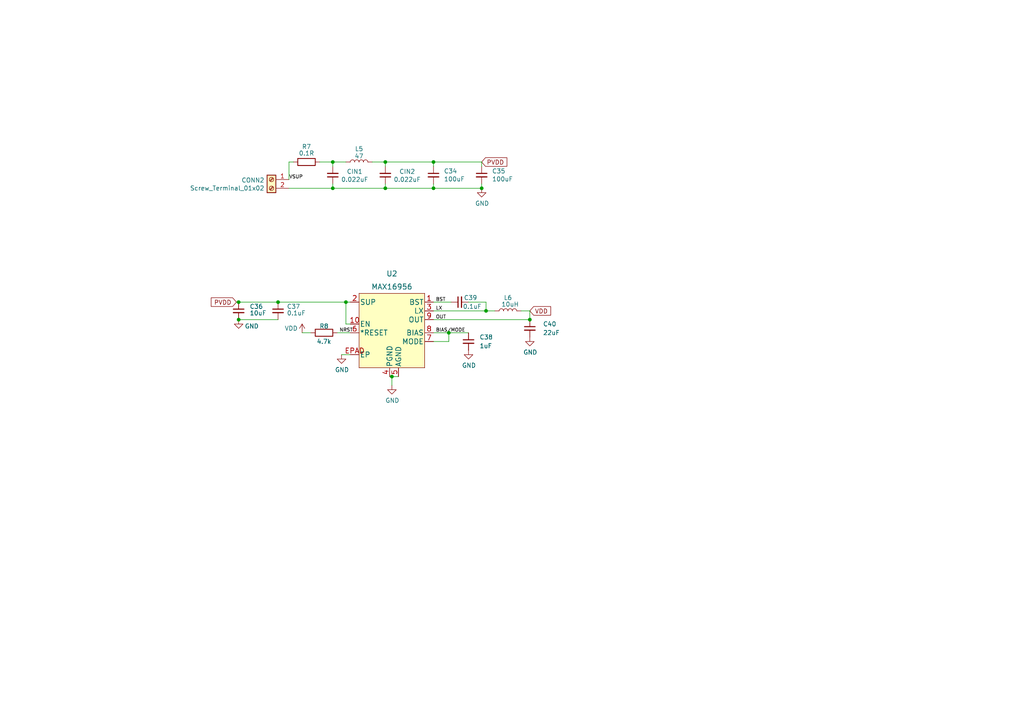
<source format=kicad_sch>
(kicad_sch (version 20211123) (generator eeschema)

  (uuid c31d0f72-3dae-4a3a-a57d-94b778293a78)

  (paper "A4")

  (title_block
    (title "ma12070p Amp")
    (date "2022-06-23")
    (rev "1")
    (comment 1 "designed by Fabian Muehlberger")
  )

  (lib_symbols
    (symbol "Connector:Screw_Terminal_01x02" (pin_names (offset 1.016) hide) (in_bom yes) (on_board yes)
      (property "Reference" "J" (id 0) (at 0 2.54 0)
        (effects (font (size 1.27 1.27)))
      )
      (property "Value" "Screw_Terminal_01x02" (id 1) (at 0 -5.08 0)
        (effects (font (size 1.27 1.27)))
      )
      (property "Footprint" "" (id 2) (at 0 0 0)
        (effects (font (size 1.27 1.27)) hide)
      )
      (property "Datasheet" "~" (id 3) (at 0 0 0)
        (effects (font (size 1.27 1.27)) hide)
      )
      (property "ki_keywords" "screw terminal" (id 4) (at 0 0 0)
        (effects (font (size 1.27 1.27)) hide)
      )
      (property "ki_description" "Generic screw terminal, single row, 01x02, script generated (kicad-library-utils/schlib/autogen/connector/)" (id 5) (at 0 0 0)
        (effects (font (size 1.27 1.27)) hide)
      )
      (property "ki_fp_filters" "TerminalBlock*:*" (id 6) (at 0 0 0)
        (effects (font (size 1.27 1.27)) hide)
      )
      (symbol "Screw_Terminal_01x02_1_1"
        (rectangle (start -1.27 1.27) (end 1.27 -3.81)
          (stroke (width 0.254) (type default) (color 0 0 0 0))
          (fill (type background))
        )
        (circle (center 0 -2.54) (radius 0.635)
          (stroke (width 0.1524) (type default) (color 0 0 0 0))
          (fill (type none))
        )
        (polyline
          (pts
            (xy -0.5334 -2.2098)
            (xy 0.3302 -3.048)
          )
          (stroke (width 0.1524) (type default) (color 0 0 0 0))
          (fill (type none))
        )
        (polyline
          (pts
            (xy -0.5334 0.3302)
            (xy 0.3302 -0.508)
          )
          (stroke (width 0.1524) (type default) (color 0 0 0 0))
          (fill (type none))
        )
        (polyline
          (pts
            (xy -0.3556 -2.032)
            (xy 0.508 -2.8702)
          )
          (stroke (width 0.1524) (type default) (color 0 0 0 0))
          (fill (type none))
        )
        (polyline
          (pts
            (xy -0.3556 0.508)
            (xy 0.508 -0.3302)
          )
          (stroke (width 0.1524) (type default) (color 0 0 0 0))
          (fill (type none))
        )
        (circle (center 0 0) (radius 0.635)
          (stroke (width 0.1524) (type default) (color 0 0 0 0))
          (fill (type none))
        )
        (pin passive line (at -5.08 0 0) (length 3.81)
          (name "Pin_1" (effects (font (size 1.27 1.27))))
          (number "1" (effects (font (size 1.27 1.27))))
        )
        (pin passive line (at -5.08 -2.54 0) (length 3.81)
          (name "Pin_2" (effects (font (size 1.27 1.27))))
          (number "2" (effects (font (size 1.27 1.27))))
        )
      )
    )
    (symbol "Device:C_Small" (pin_numbers hide) (pin_names (offset 0.254) hide) (in_bom yes) (on_board yes)
      (property "Reference" "C" (id 0) (at 0.254 1.778 0)
        (effects (font (size 1.27 1.27)) (justify left))
      )
      (property "Value" "C_Small" (id 1) (at 0.254 -2.032 0)
        (effects (font (size 1.27 1.27)) (justify left))
      )
      (property "Footprint" "" (id 2) (at 0 0 0)
        (effects (font (size 1.27 1.27)) hide)
      )
      (property "Datasheet" "~" (id 3) (at 0 0 0)
        (effects (font (size 1.27 1.27)) hide)
      )
      (property "ki_keywords" "capacitor cap" (id 4) (at 0 0 0)
        (effects (font (size 1.27 1.27)) hide)
      )
      (property "ki_description" "Unpolarized capacitor, small symbol" (id 5) (at 0 0 0)
        (effects (font (size 1.27 1.27)) hide)
      )
      (property "ki_fp_filters" "C_*" (id 6) (at 0 0 0)
        (effects (font (size 1.27 1.27)) hide)
      )
      (symbol "C_Small_0_1"
        (polyline
          (pts
            (xy -1.524 -0.508)
            (xy 1.524 -0.508)
          )
          (stroke (width 0.3302) (type default) (color 0 0 0 0))
          (fill (type none))
        )
        (polyline
          (pts
            (xy -1.524 0.508)
            (xy 1.524 0.508)
          )
          (stroke (width 0.3048) (type default) (color 0 0 0 0))
          (fill (type none))
        )
      )
      (symbol "C_Small_1_1"
        (pin passive line (at 0 2.54 270) (length 2.032)
          (name "~" (effects (font (size 1.27 1.27))))
          (number "1" (effects (font (size 1.27 1.27))))
        )
        (pin passive line (at 0 -2.54 90) (length 2.032)
          (name "~" (effects (font (size 1.27 1.27))))
          (number "2" (effects (font (size 1.27 1.27))))
        )
      )
    )
    (symbol "Device:L" (pin_numbers hide) (pin_names (offset 1.016) hide) (in_bom yes) (on_board yes)
      (property "Reference" "L" (id 0) (at -1.27 0 90)
        (effects (font (size 1.27 1.27)))
      )
      (property "Value" "L" (id 1) (at 1.905 0 90)
        (effects (font (size 1.27 1.27)))
      )
      (property "Footprint" "" (id 2) (at 0 0 0)
        (effects (font (size 1.27 1.27)) hide)
      )
      (property "Datasheet" "~" (id 3) (at 0 0 0)
        (effects (font (size 1.27 1.27)) hide)
      )
      (property "ki_keywords" "inductor choke coil reactor magnetic" (id 4) (at 0 0 0)
        (effects (font (size 1.27 1.27)) hide)
      )
      (property "ki_description" "Inductor" (id 5) (at 0 0 0)
        (effects (font (size 1.27 1.27)) hide)
      )
      (property "ki_fp_filters" "Choke_* *Coil* Inductor_* L_*" (id 6) (at 0 0 0)
        (effects (font (size 1.27 1.27)) hide)
      )
      (symbol "L_0_1"
        (arc (start 0 -2.54) (mid 0.635 -1.905) (end 0 -1.27)
          (stroke (width 0) (type default) (color 0 0 0 0))
          (fill (type none))
        )
        (arc (start 0 -1.27) (mid 0.635 -0.635) (end 0 0)
          (stroke (width 0) (type default) (color 0 0 0 0))
          (fill (type none))
        )
        (arc (start 0 0) (mid 0.635 0.635) (end 0 1.27)
          (stroke (width 0) (type default) (color 0 0 0 0))
          (fill (type none))
        )
        (arc (start 0 1.27) (mid 0.635 1.905) (end 0 2.54)
          (stroke (width 0) (type default) (color 0 0 0 0))
          (fill (type none))
        )
      )
      (symbol "L_1_1"
        (pin passive line (at 0 3.81 270) (length 1.27)
          (name "1" (effects (font (size 1.27 1.27))))
          (number "1" (effects (font (size 1.27 1.27))))
        )
        (pin passive line (at 0 -3.81 90) (length 1.27)
          (name "2" (effects (font (size 1.27 1.27))))
          (number "2" (effects (font (size 1.27 1.27))))
        )
      )
    )
    (symbol "Device:R" (pin_numbers hide) (pin_names (offset 0)) (in_bom yes) (on_board yes)
      (property "Reference" "R" (id 0) (at 2.032 0 90)
        (effects (font (size 1.27 1.27)))
      )
      (property "Value" "R" (id 1) (at 0 0 90)
        (effects (font (size 1.27 1.27)))
      )
      (property "Footprint" "" (id 2) (at -1.778 0 90)
        (effects (font (size 1.27 1.27)) hide)
      )
      (property "Datasheet" "~" (id 3) (at 0 0 0)
        (effects (font (size 1.27 1.27)) hide)
      )
      (property "ki_keywords" "R res resistor" (id 4) (at 0 0 0)
        (effects (font (size 1.27 1.27)) hide)
      )
      (property "ki_description" "Resistor" (id 5) (at 0 0 0)
        (effects (font (size 1.27 1.27)) hide)
      )
      (property "ki_fp_filters" "R_*" (id 6) (at 0 0 0)
        (effects (font (size 1.27 1.27)) hide)
      )
      (symbol "R_0_1"
        (rectangle (start -1.016 -2.54) (end 1.016 2.54)
          (stroke (width 0.254) (type default) (color 0 0 0 0))
          (fill (type none))
        )
      )
      (symbol "R_1_1"
        (pin passive line (at 0 3.81 270) (length 1.27)
          (name "~" (effects (font (size 1.27 1.27))))
          (number "1" (effects (font (size 1.27 1.27))))
        )
        (pin passive line (at 0 -3.81 90) (length 1.27)
          (name "~" (effects (font (size 1.27 1.27))))
          (number "2" (effects (font (size 1.27 1.27))))
        )
      )
    )
    (symbol "max_16956:MAX16956AUBD{slash}V+" (pin_names (offset 0.254)) (in_bom yes) (on_board yes)
      (property "Reference" "U2" (id 0) (at -0.635 13.335 0)
        (effects (font (size 1.524 1.524)))
      )
      (property "Value" "MAX16956" (id 1) (at -0.635 9.525 0)
        (effects (font (size 1.524 1.524)))
      )
      (property "Footprint" "max_16956:MAX16956AUBD&slash_V&plus_" (id 2) (at 0 12.446 0)
        (effects (font (size 1.524 1.524)) hide)
      )
      (property "Datasheet" "" (id 3) (at -22.86 6.35 0)
        (effects (font (size 1.524 1.524)))
      )
      (property "ki_locked" "" (id 4) (at 0 0 0)
        (effects (font (size 1.27 1.27)))
      )
      (property "ki_fp_filters" "21-0109_U10E+3_MXM 21-0109_U10E+3_MXM-M 21-0109_U10E+3_MXM-L" (id 5) (at 0 0 0)
        (effects (font (size 1.27 1.27)) hide)
      )
      (symbol "MAX16956AUBD{slash}V+_1_1"
        (rectangle (start -10.16 7.62) (end 8.89 -13.97)
          (stroke (width 0) (type default) (color 0 0 0 0))
          (fill (type background))
        )
        (pin output line (at 11.43 5.08 180) (length 2.54)
          (name "BST" (effects (font (size 1.4986 1.4986))))
          (number "1" (effects (font (size 1.4986 1.4986))))
        )
        (pin input line (at -12.7 -1.27 0) (length 2.54)
          (name "EN" (effects (font (size 1.4986 1.4986))))
          (number "10" (effects (font (size 1.4986 1.4986))))
        )
        (pin power_in line (at -12.7 5.08 0) (length 2.54)
          (name "SUP" (effects (font (size 1.4986 1.4986))))
          (number "2" (effects (font (size 1.4986 1.4986))))
        )
        (pin output line (at 11.43 2.54 180) (length 2.54)
          (name "LX" (effects (font (size 1.4986 1.4986))))
          (number "3" (effects (font (size 1.4986 1.4986))))
        )
        (pin power_in line (at -1.27 -16.51 90) (length 2.54)
          (name "PGND" (effects (font (size 1.4986 1.4986))))
          (number "4" (effects (font (size 1.4986 1.4986))))
        )
        (pin power_in line (at 1.27 -16.51 90) (length 2.54)
          (name "AGND" (effects (font (size 1.4986 1.4986))))
          (number "5" (effects (font (size 1.4986 1.4986))))
        )
        (pin output line (at -12.7 -3.81 0) (length 2.54)
          (name "*RESET" (effects (font (size 1.4986 1.4986))))
          (number "6" (effects (font (size 1.4986 1.4986))))
        )
        (pin input line (at 11.43 -6.35 180) (length 2.54)
          (name "MODE" (effects (font (size 1.4986 1.4986))))
          (number "7" (effects (font (size 1.4986 1.4986))))
        )
        (pin output line (at 11.43 -3.81 180) (length 2.54)
          (name "BIAS" (effects (font (size 1.4986 1.4986))))
          (number "8" (effects (font (size 1.4986 1.4986))))
        )
        (pin output line (at 11.43 0 180) (length 2.54)
          (name "OUT" (effects (font (size 1.4986 1.4986))))
          (number "9" (effects (font (size 1.4986 1.4986))))
        )
        (pin power_in line (at -12.7 -10.16 0) (length 2.54)
          (name "EP" (effects (font (size 1.4986 1.4986))))
          (number "EPAD" (effects (font (size 1.4986 1.4986))))
        )
      )
    )
    (symbol "power:GND" (power) (pin_names (offset 0)) (in_bom yes) (on_board yes)
      (property "Reference" "#PWR" (id 0) (at 0 -6.35 0)
        (effects (font (size 1.27 1.27)) hide)
      )
      (property "Value" "GND" (id 1) (at 0 -3.81 0)
        (effects (font (size 1.27 1.27)))
      )
      (property "Footprint" "" (id 2) (at 0 0 0)
        (effects (font (size 1.27 1.27)) hide)
      )
      (property "Datasheet" "" (id 3) (at 0 0 0)
        (effects (font (size 1.27 1.27)) hide)
      )
      (property "ki_keywords" "power-flag" (id 4) (at 0 0 0)
        (effects (font (size 1.27 1.27)) hide)
      )
      (property "ki_description" "Power symbol creates a global label with name \"GND\" , ground" (id 5) (at 0 0 0)
        (effects (font (size 1.27 1.27)) hide)
      )
      (symbol "GND_0_1"
        (polyline
          (pts
            (xy 0 0)
            (xy 0 -1.27)
            (xy 1.27 -1.27)
            (xy 0 -2.54)
            (xy -1.27 -1.27)
            (xy 0 -1.27)
          )
          (stroke (width 0) (type default) (color 0 0 0 0))
          (fill (type none))
        )
      )
      (symbol "GND_1_1"
        (pin power_in line (at 0 0 270) (length 0) hide
          (name "GND" (effects (font (size 1.27 1.27))))
          (number "1" (effects (font (size 1.27 1.27))))
        )
      )
    )
    (symbol "power:VDD" (power) (pin_names (offset 0)) (in_bom yes) (on_board yes)
      (property "Reference" "#PWR" (id 0) (at 0 -3.81 0)
        (effects (font (size 1.27 1.27)) hide)
      )
      (property "Value" "VDD" (id 1) (at 0 3.81 0)
        (effects (font (size 1.27 1.27)))
      )
      (property "Footprint" "" (id 2) (at 0 0 0)
        (effects (font (size 1.27 1.27)) hide)
      )
      (property "Datasheet" "" (id 3) (at 0 0 0)
        (effects (font (size 1.27 1.27)) hide)
      )
      (property "ki_keywords" "power-flag" (id 4) (at 0 0 0)
        (effects (font (size 1.27 1.27)) hide)
      )
      (property "ki_description" "Power symbol creates a global label with name \"VDD\"" (id 5) (at 0 0 0)
        (effects (font (size 1.27 1.27)) hide)
      )
      (symbol "VDD_0_1"
        (polyline
          (pts
            (xy -0.762 1.27)
            (xy 0 2.54)
          )
          (stroke (width 0) (type default) (color 0 0 0 0))
          (fill (type none))
        )
        (polyline
          (pts
            (xy 0 0)
            (xy 0 2.54)
          )
          (stroke (width 0) (type default) (color 0 0 0 0))
          (fill (type none))
        )
        (polyline
          (pts
            (xy 0 2.54)
            (xy 0.762 1.27)
          )
          (stroke (width 0) (type default) (color 0 0 0 0))
          (fill (type none))
        )
      )
      (symbol "VDD_1_1"
        (pin power_in line (at 0 0 90) (length 0) hide
          (name "VDD" (effects (font (size 1.27 1.27))))
          (number "1" (effects (font (size 1.27 1.27))))
        )
      )
    )
  )

  (junction (at 125.73 46.99) (diameter 0) (color 0 0 0 0)
    (uuid 0252deea-6774-4294-909f-8b4eb6f1d8ca)
  )
  (junction (at 69.215 92.71) (diameter 0) (color 0 0 0 0)
    (uuid 2a2ecb8a-ef1d-4e58-bd80-5e822a11a43d)
  )
  (junction (at 125.73 54.61) (diameter 0) (color 0 0 0 0)
    (uuid 2f095742-8a92-4b55-a7c3-686db336d80c)
  )
  (junction (at 140.97 90.17) (diameter 0) (color 0 0 0 0)
    (uuid 34cb238f-e443-47f6-b9b2-74106430007a)
  )
  (junction (at 139.7 54.61) (diameter 0) (color 0 0 0 0)
    (uuid 4029fb20-3074-4113-9ef7-e62cd6316401)
  )
  (junction (at 113.665 109.22) (diameter 0) (color 0 0 0 0)
    (uuid 556a0af6-242f-4738-91a8-47b9e3a9dab9)
  )
  (junction (at 80.645 87.63) (diameter 0) (color 0 0 0 0)
    (uuid 6323e41f-5679-42c8-8a0f-5958390e9dc3)
  )
  (junction (at 130.175 96.52) (diameter 0) (color 0 0 0 0)
    (uuid 6bfcf53d-d15f-4d74-9722-5398d8fb8e96)
  )
  (junction (at 111.76 46.99) (diameter 0) (color 0 0 0 0)
    (uuid 95010340-4092-41c5-84fe-1ddfaa0516fb)
  )
  (junction (at 100.33 87.63) (diameter 0) (color 0 0 0 0)
    (uuid 97bdd86e-99be-4b00-bee0-946e0e42b797)
  )
  (junction (at 69.215 87.63) (diameter 0) (color 0 0 0 0)
    (uuid a5e1b985-2dc5-461a-8f73-3d4ff7284de8)
  )
  (junction (at 153.67 92.71) (diameter 0) (color 0 0 0 0)
    (uuid b20a01f8-d4ca-45cd-81ca-aa725eda74ee)
  )
  (junction (at 111.76 54.61) (diameter 0) (color 0 0 0 0)
    (uuid cc2db416-8a7a-4825-9d6f-56c2b96af777)
  )
  (junction (at 96.52 46.99) (diameter 0) (color 0 0 0 0)
    (uuid e2925539-4646-47cf-968a-6e3bebaf8368)
  )
  (junction (at 96.52 54.61) (diameter 0) (color 0 0 0 0)
    (uuid fd77cb10-94fb-40d8-899e-92236457fca6)
  )

  (wire (pts (xy 69.215 92.71) (xy 80.645 92.71))
    (stroke (width 0) (type default) (color 0 0 0 0))
    (uuid 0fc1e147-25e4-4acc-9b41-f700ff88fcfa)
  )
  (wire (pts (xy 96.52 46.99) (xy 96.52 48.26))
    (stroke (width 0) (type default) (color 0 0 0 0))
    (uuid 16fbfaa8-f626-4af1-8341-79045aafa72a)
  )
  (wire (pts (xy 111.76 54.61) (xy 96.52 54.61))
    (stroke (width 0) (type default) (color 0 0 0 0))
    (uuid 1915e5cb-b3e5-411b-a778-dea6b40e0abb)
  )
  (wire (pts (xy 130.175 99.06) (xy 130.175 96.52))
    (stroke (width 0) (type default) (color 0 0 0 0))
    (uuid 2f02449e-c200-4f48-aaa8-af073d3a9d84)
  )
  (wire (pts (xy 111.76 54.61) (xy 125.73 54.61))
    (stroke (width 0) (type default) (color 0 0 0 0))
    (uuid 3318faa2-2c85-4762-b7e0-a316e60973d4)
  )
  (wire (pts (xy 100.33 93.98) (xy 100.33 87.63))
    (stroke (width 0) (type default) (color 0 0 0 0))
    (uuid 35e4643d-1202-4964-882e-25284052ae35)
  )
  (wire (pts (xy 100.33 87.63) (xy 101.6 87.63))
    (stroke (width 0) (type default) (color 0 0 0 0))
    (uuid 39ec5c3d-79cc-47df-bec5-2f1e61347506)
  )
  (wire (pts (xy 101.6 93.98) (xy 100.33 93.98))
    (stroke (width 0) (type default) (color 0 0 0 0))
    (uuid 3bc51072-eeff-40b8-b0dd-884898eff355)
  )
  (wire (pts (xy 125.73 46.99) (xy 139.7 46.99))
    (stroke (width 0) (type default) (color 0 0 0 0))
    (uuid 3ee73c42-b671-4ec2-be6a-48a1c48223ae)
  )
  (wire (pts (xy 68.58 87.63) (xy 69.215 87.63))
    (stroke (width 0) (type default) (color 0 0 0 0))
    (uuid 4742cfb0-3fdf-48d1-8b73-e01569a5c3d9)
  )
  (wire (pts (xy 125.73 92.71) (xy 153.67 92.71))
    (stroke (width 0) (type default) (color 0 0 0 0))
    (uuid 4daa7683-aee3-4d35-990c-8b6b06cecd24)
  )
  (wire (pts (xy 125.73 87.63) (xy 130.81 87.63))
    (stroke (width 0) (type default) (color 0 0 0 0))
    (uuid 56866a5b-e87b-4209-b70c-33081774d3bb)
  )
  (wire (pts (xy 113.03 109.22) (xy 113.665 109.22))
    (stroke (width 0) (type default) (color 0 0 0 0))
    (uuid 598aba96-742b-410d-bc1d-bc0c11489b1d)
  )
  (wire (pts (xy 87.63 96.52) (xy 90.17 96.52))
    (stroke (width 0) (type default) (color 0 0 0 0))
    (uuid 618b85b8-3878-4dca-95c1-d1249ea332c0)
  )
  (wire (pts (xy 111.76 53.34) (xy 111.76 54.61))
    (stroke (width 0) (type default) (color 0 0 0 0))
    (uuid 63b8ac0a-b4ab-462a-8011-de82ed353afa)
  )
  (wire (pts (xy 135.89 87.63) (xy 140.97 87.63))
    (stroke (width 0) (type default) (color 0 0 0 0))
    (uuid 6a7bed51-d209-410f-8e83-14cecde31b63)
  )
  (wire (pts (xy 97.79 96.52) (xy 101.6 96.52))
    (stroke (width 0) (type default) (color 0 0 0 0))
    (uuid 6ed52f6b-44bf-44b2-87f0-2d491b7e46d7)
  )
  (wire (pts (xy 83.82 46.99) (xy 83.82 52.07))
    (stroke (width 0) (type default) (color 0 0 0 0))
    (uuid 729f3649-847b-4aeb-8411-caf5692abea4)
  )
  (wire (pts (xy 83.82 46.99) (xy 85.09 46.99))
    (stroke (width 0) (type default) (color 0 0 0 0))
    (uuid 72cf26db-28a9-4f2f-bea5-c53e8eecac08)
  )
  (wire (pts (xy 80.645 87.63) (xy 100.33 87.63))
    (stroke (width 0) (type default) (color 0 0 0 0))
    (uuid 7a6777bd-9994-4269-9785-81a3bdc35cd8)
  )
  (wire (pts (xy 153.67 90.17) (xy 153.67 92.71))
    (stroke (width 0) (type default) (color 0 0 0 0))
    (uuid 7ae9b6f7-dfcc-4c9f-b9f5-d4e56b0fa004)
  )
  (wire (pts (xy 96.52 46.99) (xy 100.33 46.99))
    (stroke (width 0) (type default) (color 0 0 0 0))
    (uuid 7e1f7a6a-95c5-4951-a4c9-c648d0257413)
  )
  (wire (pts (xy 139.7 53.34) (xy 139.7 54.61))
    (stroke (width 0) (type default) (color 0 0 0 0))
    (uuid 8082950f-2c0b-4b12-9666-340406e2281e)
  )
  (wire (pts (xy 92.71 46.99) (xy 96.52 46.99))
    (stroke (width 0) (type default) (color 0 0 0 0))
    (uuid 913522ce-ea62-4adc-918f-aa98fa0b8954)
  )
  (wire (pts (xy 130.175 96.52) (xy 135.89 96.52))
    (stroke (width 0) (type default) (color 0 0 0 0))
    (uuid 934101b2-2787-4519-97c7-b354c0d4f5bf)
  )
  (wire (pts (xy 113.665 109.22) (xy 115.57 109.22))
    (stroke (width 0) (type default) (color 0 0 0 0))
    (uuid 9b94c3f2-7612-42d0-8832-c070d33ae5fd)
  )
  (wire (pts (xy 125.73 54.61) (xy 139.7 54.61))
    (stroke (width 0) (type default) (color 0 0 0 0))
    (uuid a5b8d9b2-5051-4730-9acf-a0df39e09dbc)
  )
  (wire (pts (xy 125.73 53.34) (xy 125.73 54.61))
    (stroke (width 0) (type default) (color 0 0 0 0))
    (uuid ba1827de-aef0-43bf-8176-dc258c6faa13)
  )
  (wire (pts (xy 69.215 87.63) (xy 80.645 87.63))
    (stroke (width 0) (type default) (color 0 0 0 0))
    (uuid c2a9c895-5f0c-4700-b104-a4d5e7c4201d)
  )
  (wire (pts (xy 113.665 111.76) (xy 113.665 109.22))
    (stroke (width 0) (type default) (color 0 0 0 0))
    (uuid c56b6d76-3af3-4725-a880-3cc89f241027)
  )
  (wire (pts (xy 140.97 90.17) (xy 143.51 90.17))
    (stroke (width 0) (type default) (color 0 0 0 0))
    (uuid d0d04a9f-360c-425b-b906-df745be8cbfe)
  )
  (wire (pts (xy 125.73 46.99) (xy 125.73 48.26))
    (stroke (width 0) (type default) (color 0 0 0 0))
    (uuid d262422c-28b3-4403-b764-1574071e7d3d)
  )
  (wire (pts (xy 151.13 90.17) (xy 153.67 90.17))
    (stroke (width 0) (type default) (color 0 0 0 0))
    (uuid d5a231e8-296b-4a95-86fa-55a4b4d3b987)
  )
  (wire (pts (xy 96.52 53.34) (xy 96.52 54.61))
    (stroke (width 0) (type default) (color 0 0 0 0))
    (uuid d5fff248-14ff-470e-a0c1-722523f8884d)
  )
  (wire (pts (xy 125.73 99.06) (xy 130.175 99.06))
    (stroke (width 0) (type default) (color 0 0 0 0))
    (uuid d80abad3-cee1-4e1c-adeb-8fec96c5d2ba)
  )
  (wire (pts (xy 125.73 96.52) (xy 130.175 96.52))
    (stroke (width 0) (type default) (color 0 0 0 0))
    (uuid da362cd3-131d-4f8f-8cd7-8c556092eab6)
  )
  (wire (pts (xy 111.76 46.99) (xy 111.76 48.26))
    (stroke (width 0) (type default) (color 0 0 0 0))
    (uuid da7359bc-5cf3-4bcc-8838-9ddf5e6546df)
  )
  (wire (pts (xy 101.6 102.87) (xy 99.06 102.87))
    (stroke (width 0) (type default) (color 0 0 0 0))
    (uuid df32eed6-5fcf-4cd6-9694-e4f048b0469c)
  )
  (wire (pts (xy 140.97 87.63) (xy 140.97 90.17))
    (stroke (width 0) (type default) (color 0 0 0 0))
    (uuid e1526b58-e6dd-42e1-bc4f-9ca485584507)
  )
  (wire (pts (xy 125.73 90.17) (xy 140.97 90.17))
    (stroke (width 0) (type default) (color 0 0 0 0))
    (uuid e474c3ff-0039-42b7-abac-89ac971c5fca)
  )
  (wire (pts (xy 111.76 46.99) (xy 125.73 46.99))
    (stroke (width 0) (type default) (color 0 0 0 0))
    (uuid f1c25d74-99b9-4a14-9c2e-913b74f649fd)
  )
  (wire (pts (xy 83.82 54.61) (xy 96.52 54.61))
    (stroke (width 0) (type default) (color 0 0 0 0))
    (uuid f43637e2-b575-48ea-bc72-39b795792439)
  )
  (wire (pts (xy 107.95 46.99) (xy 111.76 46.99))
    (stroke (width 0) (type default) (color 0 0 0 0))
    (uuid f4ce5710-200f-4cdb-9fb4-970cc35d3db8)
  )
  (wire (pts (xy 139.7 46.99) (xy 139.7 48.26))
    (stroke (width 0) (type default) (color 0 0 0 0))
    (uuid f8ef4a20-8ce8-434a-bb87-466482dfb8ee)
  )

  (label "LX" (at 126.365 90.17 0)
    (effects (font (size 1 1)) (justify left bottom))
    (uuid 07037996-01ff-4c19-8af8-117893b364ec)
  )
  (label "BST" (at 126.365 87.63 0)
    (effects (font (size 1 1)) (justify left bottom))
    (uuid 872993d0-4eff-4cda-b6b3-24e5c8d35d45)
  )
  (label "BIAS{slash}MODE" (at 126.365 96.52 0)
    (effects (font (size 1 1)) (justify left bottom))
    (uuid 9aacc2b1-e1dd-46c7-918b-4144d5fd208f)
  )
  (label "OUT" (at 126.365 92.71 0)
    (effects (font (size 1 1)) (justify left bottom))
    (uuid 9b0cd457-bedf-41d2-b61c-e5f63ee29eef)
  )
  (label "VSUP" (at 83.82 52.07 0)
    (effects (font (size 1 1)) (justify left bottom))
    (uuid a58b2e86-5f53-48b7-94ed-a0c09030fc89)
  )
  (label "NRST" (at 98.425 96.52 0)
    (effects (font (size 1 1)) (justify left bottom))
    (uuid e2a588a3-fe0b-4d6a-9999-37c42d8c2037)
  )

  (global_label "VDD" (shape input) (at 153.67 90.17 0) (fields_autoplaced)
    (effects (font (size 1.27 1.27)) (justify left))
    (uuid 155ed007-573a-40d9-a183-d491b7b3c1b9)
    (property "Intersheet References" "${INTERSHEET_REFS}" (id 0) (at 159.6228 90.0906 0)
      (effects (font (size 1.27 1.27)) (justify left) hide)
    )
  )
  (global_label "PVDD" (shape input) (at 68.58 87.63 180) (fields_autoplaced)
    (effects (font (size 1.27 1.27)) (justify right))
    (uuid 61566f3c-0efe-494f-a79e-d20d90acce47)
    (property "Intersheet References" "${INTERSHEET_REFS}" (id 0) (at 61.3572 87.7094 0)
      (effects (font (size 1.27 1.27)) (justify right) hide)
    )
  )
  (global_label "PVDD" (shape input) (at 139.7 46.99 0) (fields_autoplaced)
    (effects (font (size 1.27 1.27)) (justify left))
    (uuid b5fa9050-7389-4740-a84c-c28c1a1fafa4)
    (property "Intersheet References" "${INTERSHEET_REFS}" (id 0) (at 146.9228 46.9106 0)
      (effects (font (size 1.27 1.27)) (justify left) hide)
    )
  )

  (symbol (lib_id "max_16956:MAX16956AUBD{slash}V+") (at 114.3 92.71 0) (unit 1)
    (in_bom yes) (on_board yes) (fields_autoplaced)
    (uuid 09753de8-240f-4a83-8b84-053e95642ec5)
    (property "Reference" "U2" (id 0) (at 113.665 79.375 0)
      (effects (font (size 1.524 1.524)))
    )
    (property "Value" "MAX16956" (id 1) (at 113.665 83.185 0)
      (effects (font (size 1.524 1.524)))
    )
    (property "Footprint" "max_16956:MAX16956AUBD&slash_V&plus_" (id 2) (at 114.3 80.264 0)
      (effects (font (size 1.524 1.524)) hide)
    )
    (property "Datasheet" "" (id 3) (at 91.44 86.36 0)
      (effects (font (size 1.524 1.524)))
    )
    (property "price" "5" (id 4) (at 114.3 92.71 0)
      (effects (font (size 1.27 1.27)) hide)
    )
    (pin "1" (uuid 67516ee8-d459-4c7f-a7e1-6a95fe88fdfb))
    (pin "10" (uuid fb2b7cd0-203a-4507-9698-c6bdce58b4a3))
    (pin "2" (uuid 1c5b4e5e-bb73-438b-81ef-dbfb1396173c))
    (pin "3" (uuid 5a202688-445b-4846-8495-c0c693a4c037))
    (pin "4" (uuid 7452ad41-e703-4899-8fdc-364970fc2444))
    (pin "5" (uuid 27ac0fbb-acb2-450d-8551-3280c6b350bb))
    (pin "6" (uuid b964551b-1b1d-4cd1-8f01-4abe15eac76a))
    (pin "7" (uuid 3bd2d69e-835b-42bc-94d0-fd84b966f038))
    (pin "8" (uuid a2c9f96b-00a2-4166-be3a-6530bddc037e))
    (pin "9" (uuid 772d46a7-4826-4309-9481-ccf9fd3778f4))
    (pin "EPAD" (uuid 911aa2d1-70a4-4492-afc6-58c675b8bca5))
  )

  (symbol (lib_id "Device:C_Small") (at 111.76 50.8 0) (mirror x) (unit 1)
    (in_bom yes) (on_board yes)
    (uuid 1602b246-8347-486b-a8cd-a2d4881912bc)
    (property "Reference" "CIN2" (id 0) (at 118.11 49.7586 0))
    (property "Value" "0.022uF" (id 1) (at 118.11 52.07 0))
    (property "Footprint" "Capacitor_SMD:C_1206_3216Metric" (id 2) (at 112.7252 46.99 0)
      (effects (font (size 1.27 1.27)) hide)
    )
    (property "Datasheet" "~" (id 3) (at 111.76 50.8 0)
      (effects (font (size 1.27 1.27)) hide)
    )
    (property "infineonRef" "CIN1" (id 4) (at 111.76 50.8 0)
      (effects (font (size 1.27 1.27)) hide)
    )
    (property "property_1" "C0G/NP0" (id 5) (at 111.76 50.8 0)
      (effects (font (size 1.27 1.27)) hide)
    )
    (property "property_2" "50V" (id 6) (at 111.76 50.8 0)
      (effects (font (size 1.27 1.27)) hide)
    )
    (property "manufacturerRef" "GRM3195C1H223JA01D" (id 7) (at 111.76 50.8 0)
      (effects (font (size 1.27 1.27)) hide)
    )
    (property "price" "0,22" (id 8) (at 111.76 50.8 0)
      (effects (font (size 1.27 1.27)) hide)
    )
    (pin "1" (uuid e1cda896-e54e-4559-8a1c-53d6ddcca7e7))
    (pin "2" (uuid 1600d4cb-59b1-49fa-a0c8-e725ae66d41a))
  )

  (symbol (lib_id "Device:C_Small") (at 125.73 50.8 0) (unit 1)
    (in_bom yes) (on_board yes)
    (uuid 18940502-1731-4d76-900c-d1a613b8565f)
    (property "Reference" "C34" (id 0) (at 128.7272 49.6316 0)
      (effects (font (size 1.27 1.27)) (justify left))
    )
    (property "Value" "100uF" (id 1) (at 128.7272 51.943 0)
      (effects (font (size 1.27 1.27)) (justify left))
    )
    (property "Footprint" "Capacitor_THT:CP_Radial_D10.0mm_P5.00mm" (id 2) (at 126.6952 54.61 0)
      (effects (font (size 1.27 1.27)) hide)
    )
    (property "Datasheet" "~" (id 3) (at 125.73 50.8 0)
      (effects (font (size 1.27 1.27)) hide)
    )
    (property "infineonRef" "CSUP1" (id 4) (at 125.73 50.8 0)
      (effects (font (size 1.27 1.27)) hide)
    )
    (property "property_2" "UWT" (id 5) (at 125.73 50.8 0)
      (effects (font (size 1.27 1.27)) hide)
    )
    (property "property_1" "35V" (id 6) (at 125.73 50.8 0)
      (effects (font (size 1.27 1.27)) hide)
    )
    (property "DigikeyRef" "UFG1V101MPM" (id 7) (at 125.73 50.8 0)
      (effects (font (size 1.27 1.27)) hide)
    )
    (property "price" "0,49" (id 8) (at 125.73 50.8 0)
      (effects (font (size 1.27 1.27)) hide)
    )
    (pin "1" (uuid ff7e59e4-ea76-4f4c-a002-1de7cf048339))
    (pin "2" (uuid 0fd51d54-e807-4912-9473-f20669a2f0e8))
  )

  (symbol (lib_id "power:GND") (at 69.215 92.71 0) (unit 1)
    (in_bom yes) (on_board yes)
    (uuid 2bcad54f-6f85-4679-99b4-ccacc83c5d27)
    (property "Reference" "#PWR022" (id 0) (at 69.215 99.06 0)
      (effects (font (size 1.27 1.27)) hide)
    )
    (property "Value" "GND" (id 1) (at 73.025 94.615 0))
    (property "Footprint" "" (id 2) (at 69.215 92.71 0)
      (effects (font (size 1.27 1.27)) hide)
    )
    (property "Datasheet" "" (id 3) (at 69.215 92.71 0)
      (effects (font (size 1.27 1.27)) hide)
    )
    (pin "1" (uuid 79d8096e-5060-4855-9061-048a83d4b179))
  )

  (symbol (lib_id "Device:C_Small") (at 96.52 50.8 0) (mirror x) (unit 1)
    (in_bom yes) (on_board yes)
    (uuid 2c833f37-b22e-44bc-94ae-64eccdbb78d0)
    (property "Reference" "CIN1" (id 0) (at 102.87 49.7586 0))
    (property "Value" "0.022uF" (id 1) (at 102.87 52.07 0))
    (property "Footprint" "Capacitor_SMD:C_1206_3216Metric" (id 2) (at 97.4852 46.99 0)
      (effects (font (size 1.27 1.27)) hide)
    )
    (property "Datasheet" "~" (id 3) (at 96.52 50.8 0)
      (effects (font (size 1.27 1.27)) hide)
    )
    (property "infineonRef" "CIN0" (id 4) (at 96.52 50.8 0)
      (effects (font (size 1.27 1.27)) hide)
    )
    (property "property_1" "C0G/NP0" (id 5) (at 96.52 50.8 0)
      (effects (font (size 1.27 1.27)) hide)
    )
    (property "property_2" "50V" (id 6) (at 96.52 50.8 0)
      (effects (font (size 1.27 1.27)) hide)
    )
    (property "manufacturerRef" "GRM3195C1H223JA01D" (id 7) (at 96.52 50.8 0)
      (effects (font (size 1.27 1.27)) hide)
    )
    (property "price" "0,22" (id 8) (at 96.52 50.8 0)
      (effects (font (size 1.27 1.27)) hide)
    )
    (pin "1" (uuid b3cce58c-9892-425b-8eff-e59df2807874))
    (pin "2" (uuid 8e73ce80-cde7-4111-b604-b7cbd97bdc5d))
  )

  (symbol (lib_id "Connector:Screw_Terminal_01x02") (at 78.74 52.07 0) (mirror y) (unit 1)
    (in_bom yes) (on_board yes)
    (uuid 320300f5-18d4-4b26-b229-f51187dc02ad)
    (property "Reference" "CONN2" (id 0) (at 76.708 52.2732 0)
      (effects (font (size 1.27 1.27)) (justify left))
    )
    (property "Value" "Screw_Terminal_01x02" (id 1) (at 76.708 54.5846 0)
      (effects (font (size 1.27 1.27)) (justify left))
    )
    (property "Footprint" "TerminalBlock_Phoenix:TerminalBlock_Phoenix_MKDS-1,5-2_1x02_P5.00mm_Horizontal" (id 2) (at 78.74 52.07 0)
      (effects (font (size 1.27 1.27)) hide)
    )
    (property "Datasheet" "~" (id 3) (at 78.74 52.07 0)
      (effects (font (size 1.27 1.27)) hide)
    )
    (property "price" "2" (id 4) (at 78.74 52.07 0)
      (effects (font (size 1.27 1.27)) hide)
    )
    (pin "1" (uuid e6fb9b6b-500d-4b20-a012-ab6973d38118))
    (pin "2" (uuid c742431e-2b7a-4fd0-bf16-ed588d13971e))
  )

  (symbol (lib_id "Device:R") (at 93.98 96.52 90) (unit 1)
    (in_bom yes) (on_board yes)
    (uuid 34ad9f98-6987-4580-bbe5-c073b1c3cf15)
    (property "Reference" "R8" (id 0) (at 93.98 94.615 90))
    (property "Value" "4.7k" (id 1) (at 93.98 99.06 90))
    (property "Footprint" "Resistor_SMD:R_1206_3216Metric" (id 2) (at 93.98 98.298 90)
      (effects (font (size 1.27 1.27)) hide)
    )
    (property "Datasheet" "~" (id 3) (at 93.98 96.52 0)
      (effects (font (size 1.27 1.27)) hide)
    )
    (pin "1" (uuid c6472de7-6ebb-4c22-9d61-9cb85a5425ee))
    (pin "2" (uuid 648ce340-79e4-4743-8310-b586c8070944))
  )

  (symbol (lib_id "power:GND") (at 135.89 101.6 0) (unit 1)
    (in_bom yes) (on_board yes)
    (uuid 3fff907d-ef92-45a5-b462-38b667c03795)
    (property "Reference" "#PWR025" (id 0) (at 135.89 107.95 0)
      (effects (font (size 1.27 1.27)) hide)
    )
    (property "Value" "GND" (id 1) (at 136.017 105.9942 0))
    (property "Footprint" "" (id 2) (at 135.89 101.6 0)
      (effects (font (size 1.27 1.27)) hide)
    )
    (property "Datasheet" "" (id 3) (at 135.89 101.6 0)
      (effects (font (size 1.27 1.27)) hide)
    )
    (pin "1" (uuid 6cec58e8-4b62-4ccf-bd03-fd5a81c1e405))
  )

  (symbol (lib_id "power:GND") (at 139.7 54.61 0) (unit 1)
    (in_bom yes) (on_board yes)
    (uuid 45f9606e-7934-403d-99f8-322503b353f9)
    (property "Reference" "#PWR020" (id 0) (at 139.7 60.96 0)
      (effects (font (size 1.27 1.27)) hide)
    )
    (property "Value" "GND" (id 1) (at 139.827 59.0042 0))
    (property "Footprint" "" (id 2) (at 139.7 54.61 0)
      (effects (font (size 1.27 1.27)) hide)
    )
    (property "Datasheet" "" (id 3) (at 139.7 54.61 0)
      (effects (font (size 1.27 1.27)) hide)
    )
    (pin "1" (uuid 40025dce-5945-447c-b362-72ae6f699bcd))
  )

  (symbol (lib_id "Device:C_Small") (at 133.35 87.63 90) (unit 1)
    (in_bom yes) (on_board yes)
    (uuid 4ed11a65-8114-4cfe-9178-0458a67cac54)
    (property "Reference" "C39" (id 0) (at 138.43 86.36 90)
      (effects (font (size 1.27 1.27)) (justify left))
    )
    (property "Value" "0.1uF" (id 1) (at 139.7 88.9 90)
      (effects (font (size 1.27 1.27)) (justify left))
    )
    (property "Footprint" "Capacitor_SMD:C_1206_3216Metric" (id 2) (at 137.16 86.6648 0)
      (effects (font (size 1.27 1.27)) hide)
    )
    (property "Datasheet" "~" (id 3) (at 133.35 87.63 0)
      (effects (font (size 1.27 1.27)) hide)
    )
    (property "manufacturerRef" "GRM31C5C1H104JA01K" (id 4) (at 133.35 87.63 0)
      (effects (font (size 1.27 1.27)) hide)
    )
    (property "property_1" "C0G/NP0" (id 5) (at 133.35 87.63 0)
      (effects (font (size 1.27 1.27)) hide)
    )
    (property "property_2" "50V" (id 6) (at 133.35 87.63 0)
      (effects (font (size 1.27 1.27)) hide)
    )
    (property "price" "0,33" (id 7) (at 133.35 87.63 0)
      (effects (font (size 1.27 1.27)) hide)
    )
    (pin "1" (uuid 1b46c230-0df7-4b0b-8701-d0af75799182))
    (pin "2" (uuid 61ed8805-a464-4bfd-81ce-a95d831e26d7))
  )

  (symbol (lib_id "Device:C_Small") (at 153.67 95.25 0) (unit 1)
    (in_bom yes) (on_board yes)
    (uuid 55dd409e-1556-4455-8e65-ae9534d67c1f)
    (property "Reference" "C40" (id 0) (at 157.48 93.98 0)
      (effects (font (size 1.27 1.27)) (justify left))
    )
    (property "Value" "22uF" (id 1) (at 157.48 96.52 0)
      (effects (font (size 1.27 1.27)) (justify left))
    )
    (property "Footprint" "Capacitor_SMD:C_1206_3216Metric" (id 2) (at 154.6352 99.06 0)
      (effects (font (size 1.27 1.27)) hide)
    )
    (property "Datasheet" "~" (id 3) (at 153.67 95.25 0)
      (effects (font (size 1.27 1.27)) hide)
    )
    (property "price" "0,69" (id 4) (at 153.67 95.25 0)
      (effects (font (size 1.27 1.27)) hide)
    )
    (pin "1" (uuid 6c752a51-1b1d-4e3b-b4e6-0ad59784efb6))
    (pin "2" (uuid 6f9f11f3-b7d8-49d0-95c7-7fa4f81b57c7))
  )

  (symbol (lib_id "Device:C_Small") (at 80.645 90.17 0) (unit 1)
    (in_bom yes) (on_board yes)
    (uuid 5baf18c4-2407-4452-993c-dd11e63b6249)
    (property "Reference" "C37" (id 0) (at 83.185 88.9 0)
      (effects (font (size 1.27 1.27)) (justify left))
    )
    (property "Value" "0.1uF" (id 1) (at 83.185 90.805 0)
      (effects (font (size 1.27 1.27)) (justify left))
    )
    (property "Footprint" "Capacitor_SMD:C_1206_3216Metric" (id 2) (at 81.6102 93.98 0)
      (effects (font (size 1.27 1.27)) hide)
    )
    (property "Datasheet" "~" (id 3) (at 80.645 90.17 0)
      (effects (font (size 1.27 1.27)) hide)
    )
    (property "manufacturerRef" "GRM31C5C1H104JA01K" (id 4) (at 80.645 90.17 0)
      (effects (font (size 1.27 1.27)) hide)
    )
    (property "property_1" "C0G/NP0" (id 5) (at 80.645 90.17 0)
      (effects (font (size 1.27 1.27)) hide)
    )
    (property "property_2" "50V" (id 6) (at 80.645 90.17 0)
      (effects (font (size 1.27 1.27)) hide)
    )
    (property "price" "0,33" (id 7) (at 80.645 90.17 0)
      (effects (font (size 1.27 1.27)) hide)
    )
    (pin "1" (uuid b1c0157c-85b1-4e8a-8fa0-4f00f5cd2d9a))
    (pin "2" (uuid 89f3a3b2-5e6a-4e3c-bbea-6c1822ddab0e))
  )

  (symbol (lib_id "power:GND") (at 113.665 111.76 0) (unit 1)
    (in_bom yes) (on_board yes)
    (uuid 6388168b-f620-4e03-87e1-0068598a9a1c)
    (property "Reference" "#PWR024" (id 0) (at 113.665 118.11 0)
      (effects (font (size 1.27 1.27)) hide)
    )
    (property "Value" "GND" (id 1) (at 113.792 116.1542 0))
    (property "Footprint" "" (id 2) (at 113.665 111.76 0)
      (effects (font (size 1.27 1.27)) hide)
    )
    (property "Datasheet" "" (id 3) (at 113.665 111.76 0)
      (effects (font (size 1.27 1.27)) hide)
    )
    (pin "1" (uuid 9785c536-0e4e-44e6-8b6a-1a11acd1b582))
  )

  (symbol (lib_id "Device:L") (at 104.14 46.99 90) (unit 1)
    (in_bom yes) (on_board yes)
    (uuid 676e12a0-9359-4a14-91e4-9164fe67b470)
    (property "Reference" "L5" (id 0) (at 104.14 43.18 90))
    (property "Value" "47" (id 1) (at 104.14 45.3136 90))
    (property "Footprint" "Inductor_SMD:L_2010_5025Metric" (id 2) (at 104.14 46.99 0)
      (effects (font (size 1.27 1.27)) hide)
    )
    (property "Datasheet" "~" (id 3) (at 104.14 46.99 0)
      (effects (font (size 1.27 1.27)) hide)
    )
    (property "infineonRef" "LSUP1" (id 4) (at 104.14 46.99 0)
      (effects (font (size 1.27 1.27)) hide)
    )
    (property "price" "0,21" (id 5) (at 104.14 46.99 0)
      (effects (font (size 1.27 1.27)) hide)
    )
    (pin "1" (uuid 0504bc62-db4e-4481-bfa8-3cbddedf196a))
    (pin "2" (uuid 0b2df44d-56d3-437a-8cc1-35c48f6a52ac))
  )

  (symbol (lib_id "Device:L") (at 147.32 90.17 90) (unit 1)
    (in_bom yes) (on_board yes)
    (uuid 77980927-1b25-43a5-bf79-b042aefd34e4)
    (property "Reference" "L6" (id 0) (at 147.32 86.36 90))
    (property "Value" "10uH" (id 1) (at 147.955 88.265 90))
    (property "Footprint" "Inductor_TH_Bourns:RLB0712-100KL" (id 2) (at 147.32 90.17 0)
      (effects (font (size 1.27 1.27)) hide)
    )
    (property "Datasheet" "~" (id 3) (at 147.32 90.17 0)
      (effects (font (size 1.27 1.27)) hide)
    )
    (property "manufacturerRef" "RLB0712-100KL" (id 4) (at 147.32 90.17 0)
      (effects (font (size 1.27 1.27)) hide)
    )
    (property "property_1" "D6.7xH" (id 5) (at 147.32 90.17 0)
      (effects (font (size 1.27 1.27)) hide)
    )
    (property "price" "0,35" (id 6) (at 147.32 90.17 0)
      (effects (font (size 1.27 1.27)) hide)
    )
    (pin "1" (uuid 6c53df4a-3dc4-4648-a8a6-c65a89076038))
    (pin "2" (uuid a5e3a45a-6f41-4232-ac51-a285edfde09f))
  )

  (symbol (lib_id "power:GND") (at 99.06 102.87 0) (unit 1)
    (in_bom yes) (on_board yes)
    (uuid 7c1e983b-259e-4ec8-8720-09d5e5af01d0)
    (property "Reference" "#PWR023" (id 0) (at 99.06 109.22 0)
      (effects (font (size 1.27 1.27)) hide)
    )
    (property "Value" "GND" (id 1) (at 99.187 107.2642 0))
    (property "Footprint" "" (id 2) (at 99.06 102.87 0)
      (effects (font (size 1.27 1.27)) hide)
    )
    (property "Datasheet" "" (id 3) (at 99.06 102.87 0)
      (effects (font (size 1.27 1.27)) hide)
    )
    (pin "1" (uuid 3781a023-f3cb-46ea-a747-9c94ea2cccf6))
  )

  (symbol (lib_id "Device:C_Small") (at 135.89 99.06 0) (unit 1)
    (in_bom yes) (on_board yes) (fields_autoplaced)
    (uuid 7cb51b90-bcbe-4fee-87cb-fbfaeb154b5e)
    (property "Reference" "C38" (id 0) (at 139.065 97.7899 0)
      (effects (font (size 1.27 1.27)) (justify left))
    )
    (property "Value" "1uF" (id 1) (at 139.065 100.3299 0)
      (effects (font (size 1.27 1.27)) (justify left))
    )
    (property "Footprint" "Capacitor_SMD:C_1206_3216Metric" (id 2) (at 136.8552 102.87 0)
      (effects (font (size 1.27 1.27)) hide)
    )
    (property "Datasheet" "~" (id 3) (at 135.89 99.06 0)
      (effects (font (size 1.27 1.27)) hide)
    )
    (property "manufacturerRef" "GCJ31MR71H105KA12L" (id 4) (at 135.89 99.06 0)
      (effects (font (size 1.27 1.27)) hide)
    )
    (property "property_1" "X7R" (id 5) (at 135.89 99.06 0)
      (effects (font (size 1.27 1.27)) hide)
    )
    (property "property_2" "50V" (id 6) (at 135.89 99.06 0)
      (effects (font (size 1.27 1.27)) hide)
    )
    (property "price" "0,23" (id 7) (at 135.89 99.06 0)
      (effects (font (size 1.27 1.27)) hide)
    )
    (pin "1" (uuid 176abd3b-db4d-42fc-aac7-a1546fabe05a))
    (pin "2" (uuid 7104cc0f-551d-4b16-a317-768c89179db2))
  )

  (symbol (lib_id "Device:R") (at 88.9 46.99 90) (unit 1)
    (in_bom yes) (on_board yes)
    (uuid 8aae6a9e-745e-4fb0-94e9-0a5db208452f)
    (property "Reference" "R7" (id 0) (at 88.9 42.545 90))
    (property "Value" "0.1R" (id 1) (at 88.9 44.45 90))
    (property "Footprint" "Resistor_SMD:R_2512_6332Metric" (id 2) (at 88.9 48.768 90)
      (effects (font (size 1.27 1.27)) hide)
    )
    (property "Datasheet" "~" (id 3) (at 88.9 46.99 0)
      (effects (font (size 1.27 1.27)) hide)
    )
    (property "infineonRef" "RPVDD1" (id 4) (at 88.9 46.99 0)
      (effects (font (size 1.27 1.27)) hide)
    )
    (property "price" "0,49" (id 5) (at 88.9 46.99 0)
      (effects (font (size 1.27 1.27)) hide)
    )
    (pin "1" (uuid d2d614bb-ac88-4408-af13-a1737e0393de))
    (pin "2" (uuid 3231a936-4d8e-480d-9a99-c4f7bf72f125))
  )

  (symbol (lib_id "Device:C_Small") (at 139.7 50.8 0) (unit 1)
    (in_bom yes) (on_board yes)
    (uuid 9b2bbda6-6f16-48be-9e26-b84bb9c17d39)
    (property "Reference" "C35" (id 0) (at 142.6972 49.6316 0)
      (effects (font (size 1.27 1.27)) (justify left))
    )
    (property "Value" "100uF" (id 1) (at 142.6972 51.943 0)
      (effects (font (size 1.27 1.27)) (justify left))
    )
    (property "Footprint" "Capacitor_THT:CP_Radial_D10.0mm_P5.00mm" (id 2) (at 140.6652 54.61 0)
      (effects (font (size 1.27 1.27)) hide)
    )
    (property "Datasheet" "~" (id 3) (at 139.7 50.8 0)
      (effects (font (size 1.27 1.27)) hide)
    )
    (property "infineonRef" "CSUP2" (id 4) (at 139.7 50.8 0)
      (effects (font (size 1.27 1.27)) hide)
    )
    (property "property_2" "UWT" (id 5) (at 139.7 50.8 0)
      (effects (font (size 1.27 1.27)) hide)
    )
    (property "property_1" "35V" (id 6) (at 139.7 50.8 0)
      (effects (font (size 1.27 1.27)) hide)
    )
    (property "DigikeyRef" "UFG1V101MPM" (id 7) (at 139.7 50.8 0)
      (effects (font (size 1.27 1.27)) hide)
    )
    (property "price" "0,49" (id 8) (at 139.7 50.8 0)
      (effects (font (size 1.27 1.27)) hide)
    )
    (pin "1" (uuid 30c8f3d1-b11f-4f3f-bd5e-bf98cb6bcc2e))
    (pin "2" (uuid 9d703ec6-bbea-435f-93ce-21163e9ca985))
  )

  (symbol (lib_id "Device:C_Small") (at 69.215 90.17 0) (unit 1)
    (in_bom yes) (on_board yes)
    (uuid a33ec4b1-8f32-44d0-8ff0-70f4d571bc97)
    (property "Reference" "C36" (id 0) (at 72.39 88.9 0)
      (effects (font (size 1.27 1.27)) (justify left))
    )
    (property "Value" "10uF" (id 1) (at 72.39 90.805 0)
      (effects (font (size 1.27 1.27)) (justify left))
    )
    (property "Footprint" "Capacitor_SMD:C_1206_3216Metric" (id 2) (at 70.1802 93.98 0)
      (effects (font (size 1.27 1.27)) hide)
    )
    (property "Datasheet" "~" (id 3) (at 69.215 90.17 0)
      (effects (font (size 1.27 1.27)) hide)
    )
    (property "manufacturerRef" "GRM31CR71E106KA12L" (id 4) (at 69.215 90.17 0)
      (effects (font (size 1.27 1.27)) hide)
    )
    (property "price" "0,36" (id 5) (at 69.215 90.17 0)
      (effects (font (size 1.27 1.27)) hide)
    )
    (pin "1" (uuid c304c636-7711-43c7-83fa-0bb57dd111d9))
    (pin "2" (uuid e5ae3914-746b-41bd-af9c-b0a088db728d))
  )

  (symbol (lib_id "power:VDD") (at 87.63 96.52 0) (unit 1)
    (in_bom yes) (on_board yes)
    (uuid bdf556ce-3e78-4d0d-b8ed-a0bfc9bf06c3)
    (property "Reference" "#PWR021" (id 0) (at 87.63 100.33 0)
      (effects (font (size 1.27 1.27)) hide)
    )
    (property "Value" "VDD" (id 1) (at 84.455 95.25 0))
    (property "Footprint" "" (id 2) (at 87.63 96.52 0)
      (effects (font (size 1.27 1.27)) hide)
    )
    (property "Datasheet" "" (id 3) (at 87.63 96.52 0)
      (effects (font (size 1.27 1.27)) hide)
    )
    (pin "1" (uuid 4caed6e0-e390-44b8-bd77-44957df41be3))
  )

  (symbol (lib_id "power:GND") (at 153.67 97.79 0) (unit 1)
    (in_bom yes) (on_board yes)
    (uuid eee6ed82-c98a-4fc9-b0fa-d9ea0a8fc69d)
    (property "Reference" "#PWR026" (id 0) (at 153.67 104.14 0)
      (effects (font (size 1.27 1.27)) hide)
    )
    (property "Value" "GND" (id 1) (at 153.797 102.1842 0))
    (property "Footprint" "" (id 2) (at 153.67 97.79 0)
      (effects (font (size 1.27 1.27)) hide)
    )
    (property "Datasheet" "" (id 3) (at 153.67 97.79 0)
      (effects (font (size 1.27 1.27)) hide)
    )
    (pin "1" (uuid f5aaba30-759b-4d8f-ae2a-c32dee7fe406))
  )
)

</source>
